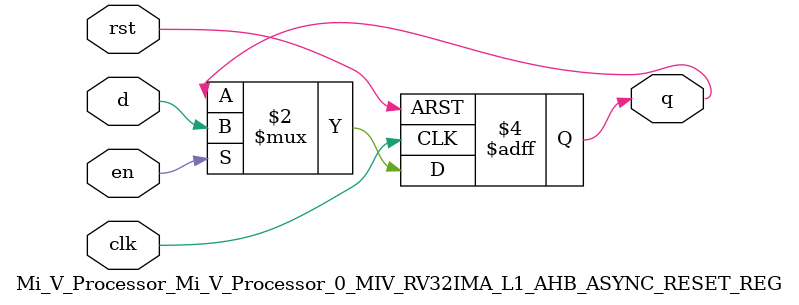
<source format=v>
`define RANDOMIZE
`timescale 1ns/10ps
module Mi_V_Processor_Mi_V_Processor_0_MIV_RV32IMA_L1_AHB_ASYNC_RESET_REG (
                      input      d,
                      output reg q,
                      input      en,

                      input      clk,
                      input      rst);
   
   always @(posedge clk or posedge rst) begin

      if (rst) begin
         q <= 1'b0;
      end else if (en) begin
         q <= d;
      end
   end
   

endmodule // Mi_V_Processor_Mi_V_Processor_0_MIV_RV32IMA_L1_AHB_ASYNC_RESET_REG

</source>
